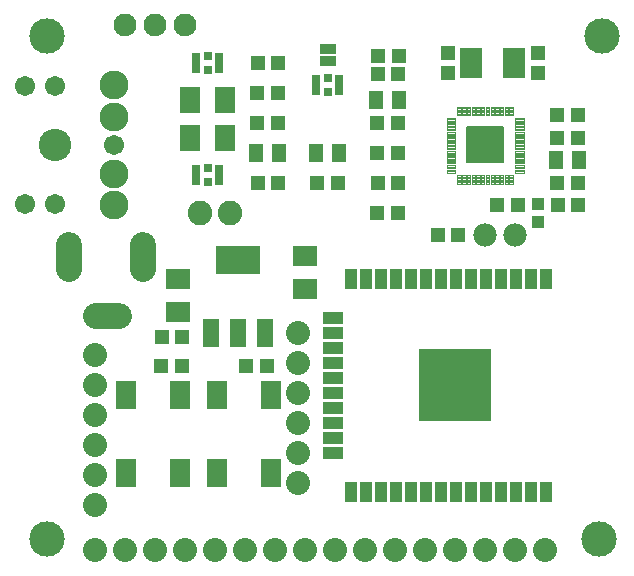
<source format=gbr>
G04 EAGLE Gerber X2 export*
%TF.Part,Single*%
%TF.FileFunction,Soldermask,Top,1*%
%TF.FilePolarity,Negative*%
%TF.GenerationSoftware,Autodesk,EAGLE,9.0.0*%
%TF.CreationDate,2018-05-04T17:55:18Z*%
G75*
%MOMM*%
%FSLAX34Y34*%
%LPD*%
%AMOC8*
5,1,8,0,0,1.08239X$1,22.5*%
G01*
%ADD10C,3.003200*%
%ADD11C,1.981200*%
%ADD12R,1.303200X1.603200*%
%ADD13R,1.203200X1.303200*%
%ADD14R,2.003200X1.803200*%
%ADD15R,1.253200X1.283200*%
%ADD16C,2.743200*%
%ADD17C,2.453200*%
%ADD18C,1.703200*%
%ADD19R,0.803200X1.803200*%
%ADD20R,0.803200X0.803200*%
%ADD21R,1.003200X1.003200*%
%ADD22C,2.082800*%
%ADD23R,1.473200X0.838200*%
%ADD24R,1.703200X2.203200*%
%ADD25C,0.160159*%
%ADD26C,0.120959*%
%ADD27R,1.903200X2.603200*%
%ADD28C,1.930400*%
%ADD29R,1.103200X1.703200*%
%ADD30R,1.703200X1.103200*%
%ADD31R,6.203200X6.203200*%
%ADD32R,1.422400X2.438400*%
%ADD33R,3.803200X2.403200*%
%ADD34C,2.203200*%
%ADD35C,2.032000*%
%ADD36R,1.727200X2.489200*%


D10*
X22500Y435600D03*
X22500Y9800D03*
X492500Y435600D03*
X490350Y9800D03*
D11*
X393700Y266700D03*
D12*
X453550Y330200D03*
X473550Y330200D03*
D13*
X438150Y404250D03*
X438150Y421250D03*
D14*
X133350Y229900D03*
X133350Y201900D03*
D15*
X269100Y311150D03*
X251600Y311150D03*
D14*
X241300Y248950D03*
X241300Y220950D03*
D15*
X320154Y402844D03*
X302654Y402844D03*
D12*
X219550Y336550D03*
X199550Y336550D03*
D15*
X218300Y361950D03*
X200800Y361950D03*
X404000Y292100D03*
X421500Y292100D03*
X319900Y336550D03*
X302400Y336550D03*
X454800Y368300D03*
X472300Y368300D03*
X302400Y285750D03*
X319900Y285750D03*
D12*
X321150Y381000D03*
X301150Y381000D03*
D15*
X319900Y361950D03*
X302400Y361950D03*
X454800Y349250D03*
X472300Y349250D03*
X320408Y418592D03*
X302908Y418592D03*
D12*
X270350Y336550D03*
X250350Y336550D03*
D15*
X454800Y311150D03*
X472300Y311150D03*
D13*
X361950Y404250D03*
X361950Y421250D03*
D16*
X29286Y342916D03*
D17*
X79286Y366916D03*
X79286Y318916D03*
X79286Y291916D03*
X79286Y393916D03*
D18*
X29286Y392916D03*
X29286Y292916D03*
X79286Y342916D03*
X4286Y392916D03*
X4286Y292916D03*
D19*
X250371Y393572D03*
X270350Y393600D03*
D20*
X260350Y387700D03*
X260350Y399500D03*
D19*
X168729Y317628D03*
X148750Y317600D03*
D20*
X158750Y323500D03*
X158750Y311700D03*
D19*
X168729Y412878D03*
X148750Y412850D03*
D20*
X158750Y418750D03*
X158750Y406950D03*
D21*
X438150Y278250D03*
X438150Y293250D03*
D22*
X152400Y285750D03*
X177800Y285750D03*
D23*
X260350Y424180D03*
X260350Y414020D03*
D24*
X173750Y349250D03*
X143750Y349250D03*
X173750Y381000D03*
X143750Y381000D03*
D13*
X472050Y292100D03*
X455050Y292100D03*
X201050Y311150D03*
X218050Y311150D03*
X353450Y266700D03*
X370450Y266700D03*
X218050Y412750D03*
X201050Y412750D03*
X319650Y311150D03*
X302650Y311150D03*
D15*
X218300Y387350D03*
X200800Y387350D03*
D25*
X378461Y328351D02*
X408891Y328351D01*
X378461Y328351D02*
X378461Y358781D01*
X408891Y358781D01*
X408891Y328351D01*
X408891Y329952D02*
X378461Y329952D01*
X378461Y331553D02*
X408891Y331553D01*
X408891Y333154D02*
X378461Y333154D01*
X378461Y334755D02*
X408891Y334755D01*
X408891Y336356D02*
X378461Y336356D01*
X378461Y337957D02*
X408891Y337957D01*
X408891Y339558D02*
X378461Y339558D01*
X378461Y341159D02*
X408891Y341159D01*
X408891Y342760D02*
X378461Y342760D01*
X378461Y344361D02*
X408891Y344361D01*
X408891Y345962D02*
X378461Y345962D01*
X378461Y347563D02*
X408891Y347563D01*
X408891Y349164D02*
X378461Y349164D01*
X378461Y350765D02*
X408891Y350765D01*
X408891Y352366D02*
X378461Y352366D01*
X378461Y353967D02*
X408891Y353967D01*
X408891Y355568D02*
X378461Y355568D01*
X378461Y357169D02*
X408891Y357169D01*
X408891Y358770D02*
X378461Y358770D01*
D26*
X361039Y363549D02*
X361039Y366371D01*
X368361Y366371D01*
X368361Y363549D01*
X361039Y363549D01*
X361039Y364758D02*
X368361Y364758D01*
X368361Y365967D02*
X361039Y365967D01*
X361039Y362371D02*
X361039Y359549D01*
X361039Y362371D02*
X368361Y362371D01*
X368361Y359549D01*
X361039Y359549D01*
X361039Y360758D02*
X368361Y360758D01*
X368361Y361967D02*
X361039Y361967D01*
X361039Y358371D02*
X361039Y355549D01*
X361039Y358371D02*
X368361Y358371D01*
X368361Y355549D01*
X361039Y355549D01*
X361039Y356758D02*
X368361Y356758D01*
X368361Y357967D02*
X361039Y357967D01*
X361039Y354371D02*
X361039Y351549D01*
X361039Y354371D02*
X368361Y354371D01*
X368361Y351549D01*
X361039Y351549D01*
X361039Y352758D02*
X368361Y352758D01*
X368361Y353967D02*
X361039Y353967D01*
X361039Y350371D02*
X361039Y347549D01*
X361039Y350371D02*
X368361Y350371D01*
X368361Y347549D01*
X361039Y347549D01*
X361039Y348758D02*
X368361Y348758D01*
X368361Y349967D02*
X361039Y349967D01*
X361039Y346371D02*
X361039Y343549D01*
X361039Y346371D02*
X368361Y346371D01*
X368361Y343549D01*
X361039Y343549D01*
X361039Y344758D02*
X368361Y344758D01*
X368361Y345967D02*
X361039Y345967D01*
X361039Y342371D02*
X361039Y339549D01*
X361039Y342371D02*
X368361Y342371D01*
X368361Y339549D01*
X361039Y339549D01*
X361039Y340758D02*
X368361Y340758D01*
X368361Y341967D02*
X361039Y341967D01*
X361039Y338371D02*
X361039Y335549D01*
X361039Y338371D02*
X368361Y338371D01*
X368361Y335549D01*
X361039Y335549D01*
X361039Y336758D02*
X368361Y336758D01*
X368361Y337967D02*
X361039Y337967D01*
X361039Y334371D02*
X361039Y331549D01*
X361039Y334371D02*
X368361Y334371D01*
X368361Y331549D01*
X361039Y331549D01*
X361039Y332758D02*
X368361Y332758D01*
X368361Y333967D02*
X361039Y333967D01*
X361039Y330371D02*
X361039Y327549D01*
X361039Y330371D02*
X368361Y330371D01*
X368361Y327549D01*
X361039Y327549D01*
X361039Y328758D02*
X368361Y328758D01*
X368361Y329967D02*
X361039Y329967D01*
X361039Y326371D02*
X361039Y323549D01*
X361039Y326371D02*
X368361Y326371D01*
X368361Y323549D01*
X361039Y323549D01*
X361039Y324758D02*
X368361Y324758D01*
X368361Y325967D02*
X361039Y325967D01*
X361039Y322371D02*
X361039Y319549D01*
X361039Y322371D02*
X368361Y322371D01*
X368361Y319549D01*
X361039Y319549D01*
X361039Y320758D02*
X368361Y320758D01*
X368361Y321967D02*
X361039Y321967D01*
X370289Y310299D02*
X373111Y310299D01*
X370289Y310299D02*
X370289Y317621D01*
X373111Y317621D01*
X373111Y310299D01*
X373111Y311508D02*
X370289Y311508D01*
X370289Y312717D02*
X373111Y312717D01*
X373111Y313926D02*
X370289Y313926D01*
X370289Y315135D02*
X373111Y315135D01*
X373111Y316344D02*
X370289Y316344D01*
X370289Y317553D02*
X373111Y317553D01*
X374289Y310299D02*
X377111Y310299D01*
X374289Y310299D02*
X374289Y317621D01*
X377111Y317621D01*
X377111Y310299D01*
X377111Y311508D02*
X374289Y311508D01*
X374289Y312717D02*
X377111Y312717D01*
X377111Y313926D02*
X374289Y313926D01*
X374289Y315135D02*
X377111Y315135D01*
X377111Y316344D02*
X374289Y316344D01*
X374289Y317553D02*
X377111Y317553D01*
X378289Y310299D02*
X381111Y310299D01*
X378289Y310299D02*
X378289Y317621D01*
X381111Y317621D01*
X381111Y310299D01*
X381111Y311508D02*
X378289Y311508D01*
X378289Y312717D02*
X381111Y312717D01*
X381111Y313926D02*
X378289Y313926D01*
X378289Y315135D02*
X381111Y315135D01*
X381111Y316344D02*
X378289Y316344D01*
X378289Y317553D02*
X381111Y317553D01*
X382289Y310299D02*
X385111Y310299D01*
X382289Y310299D02*
X382289Y317621D01*
X385111Y317621D01*
X385111Y310299D01*
X385111Y311508D02*
X382289Y311508D01*
X382289Y312717D02*
X385111Y312717D01*
X385111Y313926D02*
X382289Y313926D01*
X382289Y315135D02*
X385111Y315135D01*
X385111Y316344D02*
X382289Y316344D01*
X382289Y317553D02*
X385111Y317553D01*
X386289Y310299D02*
X389111Y310299D01*
X386289Y310299D02*
X386289Y317621D01*
X389111Y317621D01*
X389111Y310299D01*
X389111Y311508D02*
X386289Y311508D01*
X386289Y312717D02*
X389111Y312717D01*
X389111Y313926D02*
X386289Y313926D01*
X386289Y315135D02*
X389111Y315135D01*
X389111Y316344D02*
X386289Y316344D01*
X386289Y317553D02*
X389111Y317553D01*
X390289Y310299D02*
X393111Y310299D01*
X390289Y310299D02*
X390289Y317621D01*
X393111Y317621D01*
X393111Y310299D01*
X393111Y311508D02*
X390289Y311508D01*
X390289Y312717D02*
X393111Y312717D01*
X393111Y313926D02*
X390289Y313926D01*
X390289Y315135D02*
X393111Y315135D01*
X393111Y316344D02*
X390289Y316344D01*
X390289Y317553D02*
X393111Y317553D01*
X394289Y310299D02*
X397111Y310299D01*
X394289Y310299D02*
X394289Y317621D01*
X397111Y317621D01*
X397111Y310299D01*
X397111Y311508D02*
X394289Y311508D01*
X394289Y312717D02*
X397111Y312717D01*
X397111Y313926D02*
X394289Y313926D01*
X394289Y315135D02*
X397111Y315135D01*
X397111Y316344D02*
X394289Y316344D01*
X394289Y317553D02*
X397111Y317553D01*
X398289Y310299D02*
X401111Y310299D01*
X398289Y310299D02*
X398289Y317621D01*
X401111Y317621D01*
X401111Y310299D01*
X401111Y311508D02*
X398289Y311508D01*
X398289Y312717D02*
X401111Y312717D01*
X401111Y313926D02*
X398289Y313926D01*
X398289Y315135D02*
X401111Y315135D01*
X401111Y316344D02*
X398289Y316344D01*
X398289Y317553D02*
X401111Y317553D01*
X402289Y310299D02*
X405111Y310299D01*
X402289Y310299D02*
X402289Y317621D01*
X405111Y317621D01*
X405111Y310299D01*
X405111Y311508D02*
X402289Y311508D01*
X402289Y312717D02*
X405111Y312717D01*
X405111Y313926D02*
X402289Y313926D01*
X402289Y315135D02*
X405111Y315135D01*
X405111Y316344D02*
X402289Y316344D01*
X402289Y317553D02*
X405111Y317553D01*
X406289Y310299D02*
X409111Y310299D01*
X406289Y310299D02*
X406289Y317621D01*
X409111Y317621D01*
X409111Y310299D01*
X409111Y311508D02*
X406289Y311508D01*
X406289Y312717D02*
X409111Y312717D01*
X409111Y313926D02*
X406289Y313926D01*
X406289Y315135D02*
X409111Y315135D01*
X409111Y316344D02*
X406289Y316344D01*
X406289Y317553D02*
X409111Y317553D01*
X410289Y310299D02*
X413111Y310299D01*
X410289Y310299D02*
X410289Y317621D01*
X413111Y317621D01*
X413111Y310299D01*
X413111Y311508D02*
X410289Y311508D01*
X410289Y312717D02*
X413111Y312717D01*
X413111Y313926D02*
X410289Y313926D01*
X410289Y315135D02*
X413111Y315135D01*
X413111Y316344D02*
X410289Y316344D01*
X410289Y317553D02*
X413111Y317553D01*
X414289Y310299D02*
X417111Y310299D01*
X414289Y310299D02*
X414289Y317621D01*
X417111Y317621D01*
X417111Y310299D01*
X417111Y311508D02*
X414289Y311508D01*
X414289Y312717D02*
X417111Y312717D01*
X417111Y313926D02*
X414289Y313926D01*
X414289Y315135D02*
X417111Y315135D01*
X417111Y316344D02*
X414289Y316344D01*
X414289Y317553D02*
X417111Y317553D01*
X426361Y319549D02*
X426361Y322371D01*
X426361Y319549D02*
X419039Y319549D01*
X419039Y322371D01*
X426361Y322371D01*
X426361Y320758D02*
X419039Y320758D01*
X419039Y321967D02*
X426361Y321967D01*
X426361Y323549D02*
X426361Y326371D01*
X426361Y323549D02*
X419039Y323549D01*
X419039Y326371D01*
X426361Y326371D01*
X426361Y324758D02*
X419039Y324758D01*
X419039Y325967D02*
X426361Y325967D01*
X426361Y327549D02*
X426361Y330371D01*
X426361Y327549D02*
X419039Y327549D01*
X419039Y330371D01*
X426361Y330371D01*
X426361Y328758D02*
X419039Y328758D01*
X419039Y329967D02*
X426361Y329967D01*
X426361Y331549D02*
X426361Y334371D01*
X426361Y331549D02*
X419039Y331549D01*
X419039Y334371D01*
X426361Y334371D01*
X426361Y332758D02*
X419039Y332758D01*
X419039Y333967D02*
X426361Y333967D01*
X426361Y335549D02*
X426361Y338371D01*
X426361Y335549D02*
X419039Y335549D01*
X419039Y338371D01*
X426361Y338371D01*
X426361Y336758D02*
X419039Y336758D01*
X419039Y337967D02*
X426361Y337967D01*
X426361Y339549D02*
X426361Y342371D01*
X426361Y339549D02*
X419039Y339549D01*
X419039Y342371D01*
X426361Y342371D01*
X426361Y340758D02*
X419039Y340758D01*
X419039Y341967D02*
X426361Y341967D01*
X426361Y343549D02*
X426361Y346371D01*
X426361Y343549D02*
X419039Y343549D01*
X419039Y346371D01*
X426361Y346371D01*
X426361Y344758D02*
X419039Y344758D01*
X419039Y345967D02*
X426361Y345967D01*
X426361Y347549D02*
X426361Y350371D01*
X426361Y347549D02*
X419039Y347549D01*
X419039Y350371D01*
X426361Y350371D01*
X426361Y348758D02*
X419039Y348758D01*
X419039Y349967D02*
X426361Y349967D01*
X426361Y351549D02*
X426361Y354371D01*
X426361Y351549D02*
X419039Y351549D01*
X419039Y354371D01*
X426361Y354371D01*
X426361Y352758D02*
X419039Y352758D01*
X419039Y353967D02*
X426361Y353967D01*
X426361Y355549D02*
X426361Y358371D01*
X426361Y355549D02*
X419039Y355549D01*
X419039Y358371D01*
X426361Y358371D01*
X426361Y356758D02*
X419039Y356758D01*
X419039Y357967D02*
X426361Y357967D01*
X426361Y359549D02*
X426361Y362371D01*
X426361Y359549D02*
X419039Y359549D01*
X419039Y362371D01*
X426361Y362371D01*
X426361Y360758D02*
X419039Y360758D01*
X419039Y361967D02*
X426361Y361967D01*
X426361Y363549D02*
X426361Y366371D01*
X426361Y363549D02*
X419039Y363549D01*
X419039Y366371D01*
X426361Y366371D01*
X426361Y364758D02*
X419039Y364758D01*
X419039Y365967D02*
X426361Y365967D01*
X417111Y375621D02*
X414289Y375621D01*
X417111Y375621D02*
X417111Y368299D01*
X414289Y368299D01*
X414289Y375621D01*
X414289Y369508D02*
X417111Y369508D01*
X417111Y370717D02*
X414289Y370717D01*
X414289Y371926D02*
X417111Y371926D01*
X417111Y373135D02*
X414289Y373135D01*
X414289Y374344D02*
X417111Y374344D01*
X417111Y375553D02*
X414289Y375553D01*
X413111Y375621D02*
X410289Y375621D01*
X413111Y375621D02*
X413111Y368299D01*
X410289Y368299D01*
X410289Y375621D01*
X410289Y369508D02*
X413111Y369508D01*
X413111Y370717D02*
X410289Y370717D01*
X410289Y371926D02*
X413111Y371926D01*
X413111Y373135D02*
X410289Y373135D01*
X410289Y374344D02*
X413111Y374344D01*
X413111Y375553D02*
X410289Y375553D01*
X409111Y375621D02*
X406289Y375621D01*
X409111Y375621D02*
X409111Y368299D01*
X406289Y368299D01*
X406289Y375621D01*
X406289Y369508D02*
X409111Y369508D01*
X409111Y370717D02*
X406289Y370717D01*
X406289Y371926D02*
X409111Y371926D01*
X409111Y373135D02*
X406289Y373135D01*
X406289Y374344D02*
X409111Y374344D01*
X409111Y375553D02*
X406289Y375553D01*
X405111Y375621D02*
X402289Y375621D01*
X405111Y375621D02*
X405111Y368299D01*
X402289Y368299D01*
X402289Y375621D01*
X402289Y369508D02*
X405111Y369508D01*
X405111Y370717D02*
X402289Y370717D01*
X402289Y371926D02*
X405111Y371926D01*
X405111Y373135D02*
X402289Y373135D01*
X402289Y374344D02*
X405111Y374344D01*
X405111Y375553D02*
X402289Y375553D01*
X401111Y375621D02*
X398289Y375621D01*
X401111Y375621D02*
X401111Y368299D01*
X398289Y368299D01*
X398289Y375621D01*
X398289Y369508D02*
X401111Y369508D01*
X401111Y370717D02*
X398289Y370717D01*
X398289Y371926D02*
X401111Y371926D01*
X401111Y373135D02*
X398289Y373135D01*
X398289Y374344D02*
X401111Y374344D01*
X401111Y375553D02*
X398289Y375553D01*
X397111Y375621D02*
X394289Y375621D01*
X397111Y375621D02*
X397111Y368299D01*
X394289Y368299D01*
X394289Y375621D01*
X394289Y369508D02*
X397111Y369508D01*
X397111Y370717D02*
X394289Y370717D01*
X394289Y371926D02*
X397111Y371926D01*
X397111Y373135D02*
X394289Y373135D01*
X394289Y374344D02*
X397111Y374344D01*
X397111Y375553D02*
X394289Y375553D01*
X393111Y375621D02*
X390289Y375621D01*
X393111Y375621D02*
X393111Y368299D01*
X390289Y368299D01*
X390289Y375621D01*
X390289Y369508D02*
X393111Y369508D01*
X393111Y370717D02*
X390289Y370717D01*
X390289Y371926D02*
X393111Y371926D01*
X393111Y373135D02*
X390289Y373135D01*
X390289Y374344D02*
X393111Y374344D01*
X393111Y375553D02*
X390289Y375553D01*
X389111Y375621D02*
X386289Y375621D01*
X389111Y375621D02*
X389111Y368299D01*
X386289Y368299D01*
X386289Y375621D01*
X386289Y369508D02*
X389111Y369508D01*
X389111Y370717D02*
X386289Y370717D01*
X386289Y371926D02*
X389111Y371926D01*
X389111Y373135D02*
X386289Y373135D01*
X386289Y374344D02*
X389111Y374344D01*
X389111Y375553D02*
X386289Y375553D01*
X385111Y375621D02*
X382289Y375621D01*
X385111Y375621D02*
X385111Y368299D01*
X382289Y368299D01*
X382289Y375621D01*
X382289Y369508D02*
X385111Y369508D01*
X385111Y370717D02*
X382289Y370717D01*
X382289Y371926D02*
X385111Y371926D01*
X385111Y373135D02*
X382289Y373135D01*
X382289Y374344D02*
X385111Y374344D01*
X385111Y375553D02*
X382289Y375553D01*
X381111Y375621D02*
X378289Y375621D01*
X381111Y375621D02*
X381111Y368299D01*
X378289Y368299D01*
X378289Y375621D01*
X378289Y369508D02*
X381111Y369508D01*
X381111Y370717D02*
X378289Y370717D01*
X378289Y371926D02*
X381111Y371926D01*
X381111Y373135D02*
X378289Y373135D01*
X378289Y374344D02*
X381111Y374344D01*
X381111Y375553D02*
X378289Y375553D01*
X377111Y375621D02*
X374289Y375621D01*
X377111Y375621D02*
X377111Y368299D01*
X374289Y368299D01*
X374289Y375621D01*
X374289Y369508D02*
X377111Y369508D01*
X377111Y370717D02*
X374289Y370717D01*
X374289Y371926D02*
X377111Y371926D01*
X377111Y373135D02*
X374289Y373135D01*
X374289Y374344D02*
X377111Y374344D01*
X377111Y375553D02*
X374289Y375553D01*
X373111Y375621D02*
X370289Y375621D01*
X373111Y375621D02*
X373111Y368299D01*
X370289Y368299D01*
X370289Y375621D01*
X370289Y369508D02*
X373111Y369508D01*
X373111Y370717D02*
X370289Y370717D01*
X370289Y371926D02*
X373111Y371926D01*
X373111Y373135D02*
X370289Y373135D01*
X370289Y374344D02*
X373111Y374344D01*
X373111Y375553D02*
X370289Y375553D01*
D27*
X381550Y412750D03*
X418550Y412750D03*
D28*
X88900Y444500D03*
X114300Y444500D03*
X139700Y444500D03*
D29*
X445300Y229700D03*
X432600Y229700D03*
X419900Y229700D03*
X407200Y229700D03*
X394500Y229700D03*
X381800Y229700D03*
X369100Y229700D03*
X356400Y229700D03*
X343700Y229700D03*
X331000Y229700D03*
X318300Y229700D03*
X305600Y229700D03*
X292900Y229700D03*
X280200Y229700D03*
D30*
X265300Y196850D03*
X265300Y184150D03*
X265300Y171450D03*
X265300Y158750D03*
X265300Y146050D03*
X265300Y133350D03*
X265300Y120650D03*
X265300Y107950D03*
X265300Y95250D03*
X265300Y82550D03*
D29*
X280200Y49700D03*
X292900Y49700D03*
X305600Y49700D03*
X318300Y49700D03*
X331000Y49700D03*
X343700Y49700D03*
X356400Y49700D03*
X369100Y49700D03*
X381800Y49700D03*
X394500Y49700D03*
X407200Y49700D03*
X419900Y49700D03*
X432600Y49700D03*
X445300Y49700D03*
D31*
X368300Y139700D03*
D13*
X120000Y180200D03*
X137000Y180200D03*
X119656Y156350D03*
X136656Y156350D03*
D32*
X161436Y183812D03*
X184550Y183812D03*
X207664Y183812D03*
D33*
X184550Y245790D03*
D34*
X104100Y238100D02*
X104100Y258100D01*
X41100Y258100D02*
X41100Y238100D01*
X64100Y198100D02*
X84100Y198100D01*
D15*
X191442Y156042D03*
X208942Y156042D03*
D35*
X317500Y0D03*
X342900Y0D03*
X368300Y0D03*
X393700Y0D03*
X419100Y0D03*
X444500Y0D03*
X165100Y0D03*
X190500Y0D03*
X215900Y0D03*
X241300Y0D03*
X266700Y0D03*
X292100Y0D03*
X63500Y165100D03*
X63500Y139700D03*
X63500Y114300D03*
X63500Y88900D03*
X63500Y63500D03*
X63500Y38100D03*
X234950Y57150D03*
X234950Y82550D03*
X234950Y107950D03*
X234950Y133350D03*
X234950Y158750D03*
X234950Y184150D03*
X63500Y0D03*
X88900Y0D03*
X114300Y0D03*
X139700Y0D03*
D36*
X89916Y65278D03*
X89916Y131318D03*
X135636Y65278D03*
X135636Y131318D03*
X166624Y65024D03*
X166624Y131064D03*
X212344Y65024D03*
X212344Y131064D03*
D11*
X419100Y266700D03*
M02*

</source>
